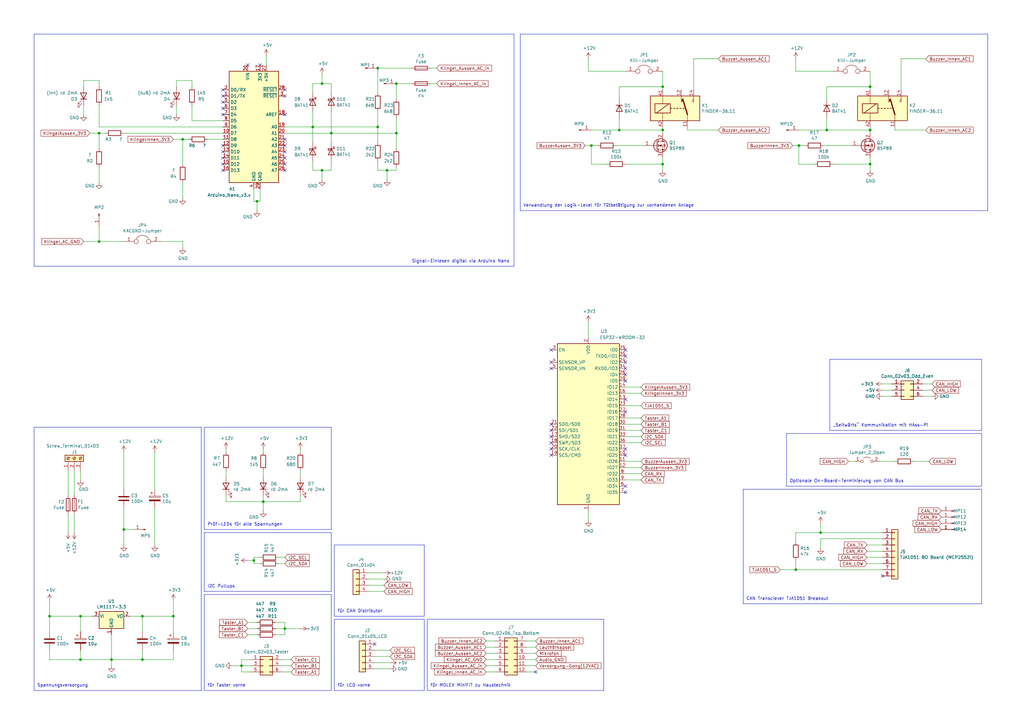
<source format=kicad_sch>
(kicad_sch (version 20230121) (generator eeschema)
  (paper "A3")
  (junction (at 40.64 99.06))
  (junction (at 128.27 52.07))
  (junction (at 271.78 53.34))
  (junction (at 58.42 252.73))
  (junction (at 40.64 54.61))
  (junction (at 336.55 218.44))
  (junction (at 339.09 53.34))
  (junction (at 20.32 252.73))
  (junction (at 158.75 69.85))
  (junction (at 327.66 59.69))
  (junction (at 99.06 273.05))
  (junction (at 242.57 59.69))
  (junction (at 33.02 270.51))
  (junction (at 271.78 67.31))
  (junction (at 74.93 57.15))
  (junction (at 154.94 52.07))
  (junction (at 105.41 82.55))
  (junction (at 356.87 67.31))
  (junction (at 132.08 69.85))
  (junction (at 33.02 252.73))
  (junction (at 162.56 54.61))
  (junction (at 58.42 270.51))
  (junction (at 132.08 34.29))
  (junction (at 271.78 35.56))
  (junction (at 107.95 205.74))
  (junction (at 104.14 229.87))
  (junction (at 154.94 27.94))
  (junction (at 45.72 270.51))
  (junction (at 254 53.34))
  (junction (at 116.84 257.81))
  (junction (at 135.89 54.61))
  (junction (at 50.8 217.17))
  (junction (at 356.87 35.56))
  (junction (at 356.87 53.34))
  (junction (at 326.39 233.68))
  (junction (at 162.56 34.29))
  (junction (at 71.12 252.73))
  (no_connect (at 256.54 153.67))
  (no_connect (at 219.71 275.59))
  (no_connect (at 91.44 67.31))
  (no_connect (at 91.44 46.99))
  (no_connect (at 256.54 201.93))
  (no_connect (at 116.84 59.69))
  (no_connect (at 101.6 26.67))
  (no_connect (at 91.44 59.69))
  (no_connect (at 256.54 143.51))
  (no_connect (at 116.84 62.23))
  (no_connect (at 256.54 156.21))
  (no_connect (at 91.44 39.37))
  (no_connect (at 226.06 143.51))
  (no_connect (at 226.06 173.99))
  (no_connect (at 153.67 264.16))
  (no_connect (at 226.06 176.53))
  (no_connect (at 91.44 36.83))
  (no_connect (at 106.68 26.67))
  (no_connect (at 91.44 41.91))
  (no_connect (at 116.84 67.31))
  (no_connect (at 116.84 57.15))
  (no_connect (at 91.44 64.77))
  (no_connect (at 256.54 148.59))
  (no_connect (at 361.95 236.22))
  (no_connect (at 116.84 64.77))
  (no_connect (at 256.54 199.39))
  (no_connect (at 256.54 168.91))
  (no_connect (at 226.06 151.13))
  (no_connect (at 256.54 146.05))
  (no_connect (at 256.54 186.69))
  (no_connect (at 226.06 184.15))
  (no_connect (at 116.84 36.83))
  (no_connect (at 116.84 39.37))
  (no_connect (at 256.54 163.83))
  (no_connect (at 226.06 148.59))
  (no_connect (at 226.06 181.61))
  (no_connect (at 116.84 46.99))
  (no_connect (at 91.44 62.23))
  (no_connect (at 256.54 184.15))
  (no_connect (at 256.54 151.13))
  (no_connect (at 116.84 69.85))
  (no_connect (at 91.44 44.45))
  (no_connect (at 226.06 186.69))
  (no_connect (at 226.06 179.07))
  (no_connect (at 91.44 69.85))
  (wire (pts (xy 40.64 52.07) (xy 91.44 52.07)))
  (wire (pts (xy 241.3 132.08) (xy 241.3 138.43)))
  (wire (pts (xy 135.89 54.61) (xy 162.56 54.61)))
  (polyline (pts (xy 13.97 109.22) (xy 210.82 109.22)))
  (wire (pts (xy 72.39 33.02) (xy 78.74 33.02)))
  (wire (pts (xy 320.04 233.68) (xy 326.39 233.68)))
  (wire (pts (xy 99.06 275.59) (xy 99.06 273.05)))
  (wire (pts (xy 242.57 59.69) (xy 242.57 67.31)))
  (wire (pts (xy 132.08 69.85) (xy 135.89 69.85)))
  (wire (pts (xy 330.2 59.69) (xy 327.66 59.69)))
  (polyline (pts (xy 402.59 147.32) (xy 402.59 176.53)))
  (wire (pts (xy 158.75 69.85) (xy 162.56 69.85)))
  (wire (pts (xy 33.02 270.51) (xy 45.72 270.51)))
  (wire (pts (xy 101.6 229.87) (xy 104.14 229.87)))
  (wire (pts (xy 40.64 43.18) (xy 40.64 52.07)))
  (wire (pts (xy 102.87 270.51) (xy 99.06 270.51)))
  (wire (pts (xy 91.44 57.15) (xy 85.09 57.15)))
  (wire (pts (xy 95.25 273.05) (xy 99.06 273.05)))
  (wire (pts (xy 256.54 196.85) (xy 262.89 196.85)))
  (wire (pts (xy 160.02 269.24) (xy 153.67 269.24)))
  (wire (pts (xy 199.39 262.89) (xy 203.2 262.89)))
  (wire (pts (xy 106.68 82.55) (xy 106.68 77.47)))
  (polyline (pts (xy 402.59 200.66) (xy 304.8 200.66)))
  (wire (pts (xy 154.94 27.94) (xy 168.91 27.94)))
  (wire (pts (xy 262.89 161.29) (xy 256.54 161.29)))
  (wire (pts (xy 78.74 49.53) (xy 78.74 43.18)))
  (wire (pts (xy 367.03 53.34) (xy 379.73 53.34)))
  (wire (pts (xy 382.27 162.56) (xy 378.46 162.56)))
  (wire (pts (xy 40.64 54.61) (xy 43.18 54.61)))
  (polyline (pts (xy 304.8 247.65) (xy 402.59 247.65)))
  (polyline (pts (xy 82.55 175.26) (xy 13.97 175.26)))
  (wire (pts (xy 71.12 259.08) (xy 71.12 252.73)))
  (wire (pts (xy 45.72 270.51) (xy 58.42 270.51)))
  (wire (pts (xy 33.02 266.7) (xy 33.02 270.51)))
  (wire (pts (xy 336.55 218.44) (xy 361.95 218.44)))
  (wire (pts (xy 158.75 73.66) (xy 158.75 69.85)))
  (wire (pts (xy 40.64 60.96) (xy 40.64 54.61)))
  (wire (pts (xy 271.78 53.34) (xy 254 53.34)))
  (wire (pts (xy 58.42 270.51) (xy 71.12 270.51)))
  (wire (pts (xy 219.71 270.51) (xy 215.9 270.51)))
  (polyline (pts (xy 173.99 254) (xy 173.99 283.21)))
  (wire (pts (xy 157.48 237.49) (xy 151.13 237.49)))
  (polyline (pts (xy 402.59 247.65) (xy 402.59 200.66)))
  (polyline (pts (xy 402.59 176.53) (xy 340.36 176.53)))
  (wire (pts (xy 262.89 171.45) (xy 256.54 171.45)))
  (wire (pts (xy 113.03 260.35) (xy 116.84 260.35)))
  (wire (pts (xy 153.67 266.7) (xy 160.02 266.7)))
  (wire (pts (xy 58.42 266.7) (xy 58.42 270.51)))
  (wire (pts (xy 262.89 194.31) (xy 256.54 194.31)))
  (wire (pts (xy 271.78 35.56) (xy 271.78 36.83)))
  (wire (pts (xy 71.12 270.51) (xy 71.12 266.7)))
  (polyline (pts (xy 83.82 243.84) (xy 83.82 283.21)))
  (wire (pts (xy 203.2 270.51) (xy 199.39 270.51)))
  (wire (pts (xy 154.94 66.04) (xy 154.94 69.85)))
  (wire (pts (xy 107.95 205.74) (xy 107.95 203.2)))
  (polyline (pts (xy 340.36 147.32) (xy 402.59 147.32)))
  (wire (pts (xy 99.06 270.51) (xy 99.06 273.05)))
  (wire (pts (xy 72.39 35.56) (xy 72.39 33.02)))
  (wire (pts (xy 355.6 231.14) (xy 361.95 231.14)))
  (wire (pts (xy 355.6 226.06) (xy 361.95 226.06)))
  (wire (pts (xy 336.55 214.63) (xy 336.55 218.44)))
  (polyline (pts (xy 247.65 283.21) (xy 175.26 283.21)))
  (wire (pts (xy 34.29 33.02) (xy 34.29 35.56)))
  (wire (pts (xy 119.38 275.59) (xy 115.57 275.59)))
  (wire (pts (xy 271.78 64.77) (xy 271.78 67.31)))
  (polyline (pts (xy 135.89 283.21) (xy 83.82 283.21)))
  (wire (pts (xy 105.41 82.55) (xy 104.14 82.55)))
  (wire (pts (xy 326.39 29.21) (xy 341.63 29.21)))
  (wire (pts (xy 132.08 34.29) (xy 128.27 34.29)))
  (wire (pts (xy 36.83 54.61) (xy 40.64 54.61)))
  (wire (pts (xy 254 40.64) (xy 254 35.56)))
  (wire (pts (xy 336.55 224.79) (xy 336.55 220.98)))
  (wire (pts (xy 45.72 270.51) (xy 45.72 260.35)))
  (wire (pts (xy 107.95 193.04) (xy 107.95 195.58)))
  (wire (pts (xy 33.02 252.73) (xy 38.1 252.73)))
  (polyline (pts (xy 340.36 176.53) (xy 340.36 147.32)))
  (wire (pts (xy 20.32 252.73) (xy 20.32 246.38)))
  (polyline (pts (xy 213.36 86.36) (xy 405.13 86.36)))
  (wire (pts (xy 241.3 213.36) (xy 241.3 209.55)))
  (wire (pts (xy 132.08 34.29) (xy 135.89 34.29)))
  (wire (pts (xy 72.39 46.99) (xy 72.39 43.18)))
  (wire (pts (xy 104.14 82.55) (xy 104.14 77.47)))
  (polyline (pts (xy 83.82 218.44) (xy 135.89 218.44)))
  (wire (pts (xy 30.48 210.82) (xy 30.48 218.44)))
  (wire (pts (xy 50.8 223.52) (xy 50.8 217.17)))
  (polyline (pts (xy 213.36 13.97) (xy 405.13 13.97)))
  (polyline (pts (xy 210.82 109.22) (xy 210.82 13.97)))
  (wire (pts (xy 135.89 45.72) (xy 135.89 54.61)))
  (wire (pts (xy 40.64 74.93) (xy 40.64 68.58)))
  (wire (pts (xy 262.89 179.07) (xy 256.54 179.07)))
  (wire (pts (xy 151.13 240.03) (xy 157.48 240.03)))
  (wire (pts (xy 92.71 205.74) (xy 107.95 205.74)))
  (wire (pts (xy 53.34 252.73) (xy 58.42 252.73)))
  (wire (pts (xy 154.94 69.85) (xy 158.75 69.85)))
  (wire (pts (xy 271.78 52.07) (xy 271.78 53.34)))
  (wire (pts (xy 256.54 181.61) (xy 262.89 181.61)))
  (wire (pts (xy 40.64 99.06) (xy 50.8 99.06)))
  (wire (pts (xy 215.9 267.97) (xy 219.71 267.97)))
  (wire (pts (xy 78.74 33.02) (xy 78.74 35.56)))
  (wire (pts (xy 154.94 52.07) (xy 154.94 45.72)))
  (wire (pts (xy 74.93 99.06) (xy 74.93 101.6)))
  (wire (pts (xy 34.29 99.06) (xy 40.64 99.06)))
  (wire (pts (xy 30.48 193.04) (xy 30.48 203.2)))
  (wire (pts (xy 356.87 64.77) (xy 356.87 67.31)))
  (wire (pts (xy 50.8 185.42) (xy 50.8 200.66)))
  (wire (pts (xy 162.56 54.61) (xy 162.56 48.26)))
  (wire (pts (xy 262.89 176.53) (xy 256.54 176.53)))
  (wire (pts (xy 360.68 189.23) (xy 367.03 189.23)))
  (wire (pts (xy 199.39 265.43) (xy 203.2 265.43)))
  (wire (pts (xy 106.68 228.6) (xy 104.14 228.6)))
  (wire (pts (xy 101.6 255.27) (xy 105.41 255.27)))
  (wire (pts (xy 20.32 270.51) (xy 33.02 270.51)))
  (wire (pts (xy 92.71 205.74) (xy 92.71 203.2)))
  (wire (pts (xy 116.84 255.27) (xy 116.84 257.81)))
  (wire (pts (xy 271.78 29.21) (xy 271.78 35.56)))
  (wire (pts (xy 34.29 46.99) (xy 34.29 43.18)))
  (wire (pts (xy 128.27 52.07) (xy 128.27 58.42)))
  (wire (pts (xy 116.84 54.61) (xy 135.89 54.61)))
  (wire (pts (xy 20.32 252.73) (xy 33.02 252.73)))
  (polyline (pts (xy 173.99 252.73) (xy 173.99 223.52)))
  (wire (pts (xy 367.03 52.07) (xy 367.03 53.34)))
  (wire (pts (xy 160.02 274.32) (xy 153.67 274.32)))
  (polyline (pts (xy 402.59 199.39) (xy 322.58 199.39)))
  (wire (pts (xy 99.06 273.05) (xy 102.87 273.05)))
  (wire (pts (xy 107.95 184.15) (xy 107.95 185.42)))
  (wire (pts (xy 58.42 252.73) (xy 71.12 252.73)))
  (wire (pts (xy 262.89 166.37) (xy 256.54 166.37)))
  (polyline (pts (xy 304.8 200.66) (xy 304.8 247.65)))
  (wire (pts (xy 27.94 193.04) (xy 27.94 203.2)))
  (polyline (pts (xy 135.89 175.26) (xy 135.89 217.17)))
  (wire (pts (xy 215.9 273.05) (xy 219.71 273.05)))
  (wire (pts (xy 104.14 231.14) (xy 106.68 231.14)))
  (wire (pts (xy 154.94 52.07) (xy 154.94 58.42)))
  (wire (pts (xy 135.89 69.85) (xy 135.89 66.04)))
  (wire (pts (xy 162.56 69.85) (xy 162.56 68.58)))
  (wire (pts (xy 132.08 69.85) (xy 128.27 69.85)))
  (wire (pts (xy 254 35.56) (xy 271.78 35.56)))
  (wire (pts (xy 176.53 27.94) (xy 179.07 27.94)))
  (wire (pts (xy 58.42 259.08) (xy 58.42 252.73)))
  (wire (pts (xy 356.87 29.21) (xy 356.87 35.56)))
  (wire (pts (xy 219.71 275.59) (xy 215.9 275.59)))
  (polyline (pts (xy 402.59 177.8) (xy 402.59 199.39)))
  (polyline (pts (xy 247.65 254) (xy 247.65 283.21)))
  (wire (pts (xy 339.09 35.56) (xy 356.87 35.56)))
  (wire (pts (xy 128.27 52.07) (xy 154.94 52.07)))
  (polyline (pts (xy 175.26 283.21) (xy 175.26 254)))
  (wire (pts (xy 40.64 92.71) (xy 40.64 99.06)))
  (wire (pts (xy 326.39 233.68) (xy 361.95 233.68)))
  (wire (pts (xy 326.39 218.44) (xy 336.55 218.44)))
  (polyline (pts (xy 210.82 13.97) (xy 13.97 13.97)))
  (wire (pts (xy 241.3 29.21) (xy 241.3 24.13)))
  (wire (pts (xy 107.95 205.74) (xy 123.19 205.74)))
  (wire (pts (xy 256.54 158.75) (xy 262.89 158.75)))
  (polyline (pts (xy 213.36 13.97) (xy 213.36 86.36)))
  (wire (pts (xy 102.87 275.59) (xy 99.06 275.59)))
  (wire (pts (xy 252.73 59.69) (xy 264.16 59.69)))
  (wire (pts (xy 135.89 58.42) (xy 135.89 54.61)))
  (wire (pts (xy 153.67 271.78) (xy 160.02 271.78)))
  (wire (pts (xy 262.89 173.99) (xy 256.54 173.99)))
  (wire (pts (xy 20.32 266.7) (xy 20.32 270.51)))
  (wire (pts (xy 128.27 45.72) (xy 128.27 52.07)))
  (polyline (pts (xy 137.16 252.73) (xy 173.99 252.73)))
  (wire (pts (xy 71.12 246.38) (xy 71.12 252.73)))
  (wire (pts (xy 256.54 191.77) (xy 262.89 191.77)))
  (wire (pts (xy 281.94 53.34) (xy 294.64 53.34)))
  (wire (pts (xy 379.73 24.13) (xy 369.57 24.13)))
  (wire (pts (xy 40.64 35.56) (xy 40.64 33.02)))
  (wire (pts (xy 116.84 260.35) (xy 116.84 257.81)))
  (wire (pts (xy 361.95 160.02) (xy 365.76 160.02)))
  (wire (pts (xy 151.13 234.95) (xy 157.48 234.95)))
  (wire (pts (xy 271.78 53.34) (xy 271.78 54.61)))
  (wire (pts (xy 123.19 184.15) (xy 123.19 185.42)))
  (wire (pts (xy 284.48 24.13) (xy 294.64 24.13)))
  (wire (pts (xy 74.93 67.31) (xy 74.93 57.15)))
  (wire (pts (xy 382.27 157.48) (xy 378.46 157.48)))
  (polyline (pts (xy 405.13 86.36) (xy 405.13 13.97)))
  (wire (pts (xy 326.39 222.25) (xy 326.39 218.44)))
  (wire (pts (xy 339.09 53.34) (xy 339.09 48.26)))
  (wire (pts (xy 355.6 223.52) (xy 361.95 223.52)))
  (wire (pts (xy 356.87 35.56) (xy 356.87 36.83)))
  (wire (pts (xy 325.12 59.69) (xy 327.66 59.69)))
  (wire (pts (xy 116.84 231.14) (xy 114.3 231.14)))
  (polyline (pts (xy 175.26 254) (xy 247.65 254)))
  (wire (pts (xy 162.56 40.64) (xy 162.56 34.29)))
  (wire (pts (xy 326.39 229.87) (xy 326.39 233.68)))
  (polyline (pts (xy 322.58 199.39) (xy 322.58 177.8)))
  (wire (pts (xy 104.14 228.6) (xy 104.14 229.87)))
  (polyline (pts (xy 83.82 175.26) (xy 135.89 175.26)))
  (wire (pts (xy 382.27 160.02) (xy 378.46 160.02)))
  (wire (pts (xy 63.5 200.66) (xy 63.5 185.42)))
  (wire (pts (xy 113.03 255.27) (xy 116.84 255.27)))
  (wire (pts (xy 241.3 29.21) (xy 256.54 29.21)))
  (polyline (pts (xy 83.82 217.17) (xy 83.82 175.26)))
  (wire (pts (xy 327.66 59.69) (xy 327.66 67.31)))
  (polyline (pts (xy 135.89 218.44) (xy 135.89 242.57)))
  (wire (pts (xy 116.84 257.81) (xy 123.19 257.81)))
  (wire (pts (xy 199.39 273.05) (xy 203.2 273.05)))
  (wire (pts (xy 115.57 270.51) (xy 119.38 270.51)))
  (wire (pts (xy 356.87 52.07) (xy 356.87 53.34)))
  (wire (pts (xy 101.6 257.81) (xy 105.41 257.81)))
  (polyline (pts (xy 137.16 283.21) (xy 137.16 254)))
  (wire (pts (xy 326.39 24.13) (xy 326.39 29.21)))
  (wire (pts (xy 365.76 157.48) (xy 361.95 157.48)))
  (wire (pts (xy 92.71 193.04) (xy 92.71 195.58)))
  (polyline (pts (xy 137.16 223.52) (xy 137.16 252.73)))
  (wire (pts (xy 116.84 228.6) (xy 114.3 228.6)))
  (wire (pts (xy 123.19 193.04) (xy 123.19 195.58)))
  (wire (pts (xy 33.02 259.08) (xy 33.02 252.73)))
  (wire (pts (xy 92.71 184.15) (xy 92.71 185.42)))
  (wire (pts (xy 105.41 82.55) (xy 106.68 82.55)))
  (wire (pts (xy 74.93 81.28) (xy 74.93 74.93)))
  (wire (pts (xy 199.39 267.97) (xy 203.2 267.97)))
  (wire (pts (xy 215.9 262.89) (xy 219.71 262.89)))
  (polyline (pts (xy 135.89 217.17) (xy 83.82 217.17)))
  (polyline (pts (xy 173.99 283.21) (xy 137.16 283.21)))
  (wire (pts (xy 350.52 189.23) (xy 347.98 189.23)))
  (polyline (pts (xy 13.97 13.97) (xy 13.97 109.22)))
  (wire (pts (xy 271.78 67.31) (xy 271.78 69.85)))
  (wire (pts (xy 281.94 52.07) (xy 281.94 53.34)))
  (polyline (pts (xy 322.58 177.8) (xy 402.59 177.8)))
  (wire (pts (xy 20.32 259.08) (xy 20.32 252.73)))
  (wire (pts (xy 128.27 69.85) (xy 128.27 66.04)))
  (wire (pts (xy 154.94 38.1) (xy 154.94 27.94)))
  (wire (pts (xy 339.09 40.64) (xy 339.09 35.56)))
  (polyline (pts (xy 135.89 243.84) (xy 135.89 283.21)))
  (wire (pts (xy 105.41 260.35) (xy 101.6 260.35)))
  (wire (pts (xy 33.02 193.04) (xy 33.02 196.85)))
  (polyline (pts (xy 13.97 283.21) (xy 82.55 283.21)))
  (polyline (pts (xy 135.89 242.57) (xy 83.82 242.57)))
  (wire (pts (xy 132.08 30.48) (xy 132.08 34.29)))
  (wire (pts (xy 262.89 189.23) (xy 256.54 189.23)))
  (wire (pts (xy 219.71 265.43) (xy 215.9 265.43)))
  (wire (pts (xy 91.44 54.61) (xy 50.8 54.61)))
  (wire (pts (xy 242.57 53.34) (xy 254 53.34)))
  (wire (pts (xy 365.76 162.56) (xy 361.95 162.56)))
  (wire (pts (xy 337.82 59.69) (xy 349.25 59.69)))
  (polyline (pts (xy 83.82 243.84) (xy 135.89 243.84)))
  (wire (pts (xy 256.54 67.31) (xy 271.78 67.31)))
  (wire (pts (xy 123.19 205.74) (xy 123.19 203.2)))
  (wire (pts (xy 242.57 67.31) (xy 248.92 67.31)))
  (wire (pts (xy 203.2 275.59) (xy 199.39 275.59)))
  (wire (pts (xy 107.95 205.74) (xy 107.95 209.55)))
  (wire (pts (xy 135.89 34.29) (xy 135.89 38.1)))
  (wire (pts (xy 63.5 208.28) (xy 63.5 223.52)))
  (wire (pts (xy 71.12 57.15) (xy 74.93 57.15)))
  (wire (pts (xy 74.93 57.15) (xy 77.47 57.15)))
  (wire (pts (xy 336.55 220.98) (xy 361.95 220.98)))
  (wire (pts (xy 176.53 34.29) (xy 179.07 34.29)))
  (polyline (pts (xy 83.82 242.57) (xy 83.82 218.44)))
  (wire (pts (xy 369.57 36.83) (xy 369.57 24.13)))
  (wire (pts (xy 356.87 53.34) (xy 339.09 53.34)))
  (wire (pts (xy 50.8 217.17) (xy 50.8 208.28)))
  (polyline (pts (xy 173.99 223.52) (xy 137.16 223.52)))
  (polyline (pts (xy 82.55 175.26) (xy 82.55 283.21)))
  (wire (pts (xy 128.27 34.29) (xy 128.27 38.1)))
  (wire (pts (xy 341.63 67.31) (xy 356.87 67.31)))
  (wire (pts (xy 356.87 67.31) (xy 356.87 69.85)))
  (wire (pts (xy 355.6 228.6) (xy 361.95 228.6)))
  (wire (pts (xy 91.44 49.53) (xy 78.74 49.53)))
  (wire (pts (xy 254 53.34) (xy 254 48.26)))
  (wire (pts (xy 327.66 53.34) (xy 339.09 53.34)))
  (wire (pts (xy 40.64 33.02) (xy 34.29 33.02)))
  (wire (pts (xy 356.87 53.34) (xy 356.87 54.61)))
  (polyline (pts (xy 13.97 175.26) (xy 13.97 283.21)))
  (wire (pts (xy 66.04 99.06) (xy 74.93 99.06)))
  (wire (pts (xy 162.56 60.96) (xy 162.56 54.61)))
  (wire (pts (xy 132.08 73.66) (xy 132.08 69.85)))
  (wire (pts (xy 240.03 59.69) (xy 242.57 59.69)))
  (wire (pts (xy 105.41 86.36) (xy 105.41 82.55)))
  (wire (pts (xy 116.84 52.07) (xy 128.27 52.07)))
  (wire (pts (xy 54.61 217.17) (xy 50.8 217.17)))
  (wire (pts (xy 157.48 242.57) (xy 151.13 242.57)))
  (wire (pts (xy 162.56 34.29) (xy 168.91 34.29)))
  (wire (pts (xy 327.66 67.31) (xy 334.01 67.31)))
  (polyline (pts (xy 137.16 254) (xy 173.99 254)))
  (wire (pts (xy 45.72 273.05) (xy 45.72 270.51)))
  (wire (pts (xy 284.48 24.13) (xy 284.48 36.83)))
  (wire (pts (xy 109.22 22.86) (xy 109.22 26.67)))
  (wire (pts (xy 104.14 229.87) (xy 104.14 231.14)))
  (wire (pts (xy 115.57 273.05) (xy 119.38 273.05)))
  (wire (pts (xy 27.94 210.82) (xy 27.94 218.44)))
  (wire (pts (xy 374.65 189.23) (xy 381 189.23)))
  (wire (pts (xy 116.84 257.81) (xy 113.03 257.81)))
  (wire (pts (xy 245.11 59.69) (xy 242.57 59.69)))
  (text "für LCD vorne" (at 138.43 281.94 0) (effects (font (size 1.27 1.27)) (justify left bottom)))
  (text "Spannungsversorgung" (at 15.24 281.94 0) (effects (font (size 1.27 1.27)) (justify left bottom)))
  (text "I2C Pullups" (at 85.09 241.3 0) (effects (font (size 1.27 1.27)) (justify left bottom)))
  (text "Optionale On-Board-Terminierung von CAN Bus" (at 323.85 198.12 0) (effects (font (size 1.27 1.27)) (justify left bottom)))
  (text "Prüf-LEDs für alle Spannungen" (at 85.09 215.9 0) (effects (font (size 1.27 1.27)) (justify left bottom)))
  (text "„Seitwärts“ Kommunikation mit HAss-Pi" (at 341.63 175.26 0) (effects (font (size 1.27 1.27)) (justify left bottom)))
  (text "für MOLEX MiniFIT zu Haustechnik" (at 176.53 281.94 0) (effects (font (size 1.27 1.27)) (justify left bottom)))
  (text "Verwandlung der Logik-Level für Tütbetätigung zur vorhandenen Anlage" (at 214.63 85.09 0) (effects (font (size 1.27 1.27)) (justify left bottom)))
  (text "für Taster vorne" (at 85.09 281.94 0) (effects (font (size 1.27 1.27)) (justify left bottom)))
  (text "CAN Transciever TJA1051 Breakout" (at 306.07 246.38 0) (effects (font (size 1.27 1.27)) (justify left bottom)))
  (text "für CAN Distributor" (at 138.43 251.46 0) (effects (font (size 1.27 1.27)) (justify left bottom)))
  (text "Signal-Einlesen digital via Arduino Nano" (at 168.91 107.95 0) (effects (font (size 1.27 1.27)) (justify left bottom)))
  (global_label "Mikrofon" (shape input) (at 219.71 267.97 0) (property "Intersheetrefs" "${INTERSHEET_REFS}" (effects hide)))
  (global_label "CAN_HIGH" (shape input) (at 386.08 214.63 180) (property "Intersheetrefs" "${INTERSHEET_REFS}" (effects hide)))
  (global_label "I2C_SDA" (shape input) (at 160.02 269.24 0) (property "Intersheetrefs" "${INTERSHEET_REFS}" (effects hide)))
  (global_label "I2C_SCL" (shape input) (at 262.89 181.61 0) (property "Intersheetrefs" "${INTERSHEET_REFS}" (effects hide)))
  (global_label "Taster_A1" (shape input) (at 262.89 171.45 0) (property "Intersheetrefs" "${INTERSHEET_REFS}" (effects hide)))
  (global_label "BuzzerInnen_3V3" (shape input) (at 262.89 191.77 0) (property "Intersheetrefs" "${INTERSHEET_REFS}" (effects hide)))
  (global_label "Taster_A1" (shape input) (at 119.38 275.59 0) (property "Intersheetrefs" "${INTERSHEET_REFS}" (effects hide)))
  (global_label "Buzzer_Innen_AC1" (shape input) (at 219.71 262.89 0) (property "Intersheetrefs" "${INTERSHEET_REFS}" (effects hide)))
  (global_label "CAN_RX" (shape input) (at 355.6 226.06 180) (property "Intersheetrefs" "${INTERSHEET_REFS}" (effects hide)))
  (global_label "CAN_TX" (shape input) (at 262.89 196.85 0) (property "Intersheetrefs" "${INTERSHEET_REFS}" (effects hide)))
  (global_label "Klingel_Aussen_AC_in" (shape input) (at 179.07 27.94 0) (property "Intersheetrefs" "${INTERSHEET_REFS}" (effects hide)))
  (global_label "CAN_HIGH" (shape input) (at 347.98 189.23 180) (property "Intersheetrefs" "${INTERSHEET_REFS}" (effects hide)))
  (global_label "Klingel_Aussen_AC_in" (shape input) (at 199.39 273.05 180) (property "Intersheetrefs" "${INTERSHEET_REFS}" (effects hide)))
  (global_label "CAN_LOW" (shape input) (at 157.48 240.03 0) (property "Intersheetrefs" "${INTERSHEET_REFS}" (effects hide)))
  (global_label "BuzzerInnen_3V3" (shape input) (at 325.12 59.69 180) (property "Intersheetrefs" "${INTERSHEET_REFS}" (effects hide)))
  (global_label "CAN_LOW" (shape input) (at 386.08 217.17 180) (property "Intersheetrefs" "${INTERSHEET_REFS}" (effects hide)))
  (global_label "CAN_LOW" (shape input) (at 382.27 160.02 0) (property "Intersheetrefs" "${INTERSHEET_REFS}" (effects hide)))
  (global_label "Klingel_Innen_AC_in" (shape input) (at 199.39 275.59 180) (property "Intersheetrefs" "${INTERSHEET_REFS}" (effects hide)))
  (global_label "Buzzer_Aussen_AC2" (shape input) (at 199.39 267.97 180) (property "Intersheetrefs" "${INTERSHEET_REFS}" (effects hide)))
  (global_label "CAN_RX" (shape input) (at 386.08 212.09 180) (property "Intersheetrefs" "${INTERSHEET_REFS}" (effects hide)))
  (global_label "Taster_A1" (shape input) (at 101.6 255.27 180) (property "Intersheetrefs" "${INTERSHEET_REFS}" (effects hide)))
  (global_label "TJA1051_S" (shape input) (at 262.89 166.37 0) (property "Intersheetrefs" "${INTERSHEET_REFS}" (effects hide)))
  (global_label "KlingelInnen_3V3" (shape input) (at 262.89 161.29 0) (property "Intersheetrefs" "${INTERSHEET_REFS}" (effects hide)))
  (global_label "CAN_TX" (shape input) (at 386.08 209.55 180) (property "Intersheetrefs" "${INTERSHEET_REFS}" (effects hide)))
  (global_label "I2C_SCL" (shape input) (at 116.84 228.6 0) (property "Intersheetrefs" "${INTERSHEET_REFS}" (effects hide)))
  (global_label "Audio_GND" (shape input) (at 219.71 270.51 0) (property "Intersheetrefs" "${INTERSHEET_REFS}" (effects hide)))
  (global_label "BuzzerAussen_3V3" (shape input) (at 240.03 59.69 180) (property "Intersheetrefs" "${INTERSHEET_REFS}" (effects hide)))
  (global_label "Klingel_AC_GND" (shape input) (at 199.39 270.51 180) (property "Intersheetrefs" "${INTERSHEET_REFS}" (effects hide)))
  (global_label "TJA1051_S" (shape input) (at 320.04 233.68 180) (property "Intersheetrefs" "${INTERSHEET_REFS}" (effects hide)))
  (global_label "Taster_C1" (shape input) (at 119.38 270.51 0) (property "Intersheetrefs" "${INTERSHEET_REFS}" (effects hide)))
  (global_label "Buzzer_Innen_AC2" (shape input) (at 379.73 53.34 0) (property "Intersheetrefs" "${INTERSHEET_REFS}" (effects hide)))
  (global_label "CAN_HIGH" (shape input) (at 355.6 228.6 180) (property "Intersheetrefs" "${INTERSHEET_REFS}" (effects hide)))
  (global_label "KlingelAussen_3V3" (shape input) (at 36.83 54.61 180) (property "Intersheetrefs" "${INTERSHEET_REFS}" (effects hide)))
  (global_label "Taster_C1" (shape input) (at 101.6 260.35 180) (property "Intersheetrefs" "${INTERSHEET_REFS}" (effects hide)))
  (global_label "Versorgung-Gong(12VAC)" (shape input) (at 219.71 273.05 0) (property "Intersheetrefs" "${INTERSHEET_REFS}" (effects hide)))
  (global_label "CAN_RX" (shape input) (at 262.89 194.31 0) (property "Intersheetrefs" "${INTERSHEET_REFS}" (effects hide)))
  (global_label "KlingelAussen_3V3" (shape input) (at 262.89 158.75 0) (property "Intersheetrefs" "${INTERSHEET_REFS}" (effects hide)))
  (global_label "Buzzer_Aussen_AC1" (shape input) (at 294.64 24.13 0) (property "Intersheetrefs" "${INTERSHEET_REFS}" (effects hide)))
  (global_label "Buzzer_Innen_AC1" (shape input) (at 379.73 24.13 0) (property "Intersheetrefs" "${INTERSHEET_REFS}" (effects hide)))
  (global_label "CAN_LOW" (shape input) (at 355.6 231.14 180) (property "Intersheetrefs" "${INTERSHEET_REFS}" (effects hide)))
  (global_label "I2C_SCL" (shape input) (at 160.02 266.7 0) (property "Intersheetrefs" "${INTERSHEET_REFS}" (effects hide)))
  (global_label "Taster_B1" (shape input) (at 262.89 173.99 0) (property "Intersheetrefs" "${INTERSHEET_REFS}" (effects hide)))
  (global_label "Klingel_AC_GND" (shape input) (at 34.29 99.06 180) (property "Intersheetrefs" "${INTERSHEET_REFS}" (effects hide)))
  (global_label "Buzzer_Aussen_AC1" (shape input) (at 199.39 265.43 180) (property "Intersheetrefs" "${INTERSHEET_REFS}" (effects hide)))
  (global_label "Lauthörkapsel" (shape input) (at 219.71 265.43 0) (property "Intersheetrefs" "${INTERSHEET_REFS}" (effects hide)))
  (global_label "Buzzer_Aussen_AC2" (shape input) (at 294.64 53.34 0) (property "Intersheetrefs" "${INTERSHEET_REFS}" (effects hide)))
  (global_label "CAN_HIGH" (shape input) (at 157.48 242.57 0) (property "Intersheetrefs" "${INTERSHEET_REFS}" (effects hide)))
  (global_label "CAN_HIGH" (shape input) (at 382.27 157.48 0) (property "Intersheetrefs" "${INTERSHEET_REFS}" (effects hide)))
  (global_label "Buzzer_Innen_AC2" (shape input) (at 199.39 262.89 180) (property "Intersheetrefs" "${INTERSHEET_REFS}" (effects hide)))
  (global_label "Taster_B1" (shape input) (at 119.38 273.05 0) (property "Intersheetrefs" "${INTERSHEET_REFS}" (effects hide)))
  (global_label "Taster_C1" (shape input) (at 262.89 176.53 0) (property "Intersheetrefs" "${INTERSHEET_REFS}" (effects hide)))
  (global_label "Taster_B1" (shape input) (at 101.6 257.81 180) (property "Intersheetrefs" "${INTERSHEET_REFS}" (effects hide)))
  (global_label "KlingelInnen_3V3" (shape input) (at 71.12 57.15 180) (property "Intersheetrefs" "${INTERSHEET_REFS}" (effects hide)))
  (global_label "CAN_TX" (shape input) (at 355.6 223.52 180) (property "Intersheetrefs" "${INTERSHEET_REFS}" (effects hide)))
  (global_label "CAN_LOW" (shape input) (at 381 189.23 0) (property "Intersheetrefs" "${INTERSHEET_REFS}" (effects hide)))
  (global_label "Klingel_Innen_AC_in" (shape input) (at 179.07 34.29 0) (property "Intersheetrefs" "${INTERSHEET_REFS}" (effects hide)))
  (global_label "BuzzerAussen_3V3" (shape input) (at 262.89 189.23 0) (property "Intersheetrefs" "${INTERSHEET_REFS}" (effects hide)))
  (global_label "I2C_SDA" (shape input) (at 116.84 231.14 0) (property "Intersheetrefs" "${INTERSHEET_REFS}" (effects hide)))
  (global_label "I2C_SDA" (shape input) (at 262.89 179.07 0) (property "Intersheetrefs" "${INTERSHEET_REFS}" (effects hide)))
  (symbol (lib_id "RF_Module:ESP32-WROOM-32") (at 241.3 173.99 0) (unit 1)
    (property "Reference" "U3" (at 247.65 135.89 0))
    (property "Value" "ESP32-WROOM-32" (at 255.27 138.43 0))
    (property "Footprint" "RF_Module:AZ-Delivery_ESP32Wroom32_withUSB_module" (effects hide))
    (property "Datasheet" "https://www.espressif.com/sites/default/files/documentation/esp32-wroom-32_datasheet_en.pdf" (effects hide))
  )
  (symbol (lib_id "Relay:FINDER-36.11") (at 361.95 44.45 0) (unit 1)
    (property "Reference" "K2" (at 372.872 43.2816 0) (effects (justify left)))
    (property "Value" "FINDER-36.11" (at 372.872 45.593 0) (effects (justify left)))
    (property "Footprint" "Relay_THT:Relay_SPDT_Finder_36.11" (effects hide))
    (property "Datasheet" "https://gfinder.findernet.com/public/attachments/36/EN/S36EN.pdf" (effects hide))
  )
  (symbol (lib_id "Relay:FINDER-36.11") (at 276.86 44.45 0) (unit 1)
    (property "Reference" "K1" (at 287.782 43.2816 0) (effects (justify left)))
    (property "Value" "FINDER-36.11" (at 287.782 45.593 0) (effects (justify left)))
    (property "Footprint" "Relay_THT:Relay_SPDT_Finder_36.11" (effects hide))
    (property "Datasheet" "https://gfinder.findernet.com/public/attachments/36/EN/S36EN.pdf" (effects hide))
  )
  (symbol (lib_id "Jumper:Jumper_2_Open") (at 355.6 189.23 0) (unit 1)
    (property "Reference" "JP3" (at 355.6 183.261 0))
    (property "Value" "Jumper_2_Open" (at 355.6 185.5724 0))
    (property "Footprint" "Connector_PinHeader_2.54mm:PinHeader_1x02_P2.54mm_Vertical" (effects hide))
  )
  (symbol (lib_id "Device:R") (at 370.84 189.23 90) (unit 1)
    (property "Reference" "R19" (at 370.84 183.9722 90))
    (property "Value" "120" (at 370.84 186.2836 90))
    (property "Footprint" "Resistor_THT:R_Axial_DIN0309_L9.0mm_D3.2mm_P15.24mm_Horizontal" (effects hide))
  )
  (symbol (lib_id "power:GND") (at 45.72 273.05 0) (unit 1)
    (property "Reference" "#PWR05" (effects hide))
    (property "Value" "GND" (at 45.847 277.4442 0))
  )
  (symbol (lib_id "power:+3V3") (at 71.12 246.38 0) (unit 1)
    (property "Reference" "#PWR010" (effects hide))
    (property "Value" "+3V3" (at 71.501 241.9858 0))
  )
  (symbol (lib_id "Airlock-Mainboard-rescue:LM1117-3.3-Regulator_Linear") (at 45.72 252.73 0) (unit 1)
    (property "Reference" "U1" (at 45.72 246.5832 0))
    (property "Value" "LM1117-3.3" (at 45.72 248.8946 0))
    (property "Footprint" "Package_TO_SOT_SMD:SOT-223" (effects hide))
    (property "Datasheet" "http://www.ti.com/lit/ds/symlink/lm1117.pdf" (effects hide))
  )
  (symbol (lib_id "Device:C") (at 20.32 262.89 0) (unit 1)
    (property "Reference" "C1" (at 23.241 261.7216 0) (effects (justify left)))
    (property "Value" "100n" (at 23.241 264.033 0) (effects (justify left)))
    (property "Footprint" "Capacitor_SMD:C_1206_3216Metric_Pad1.33x1.80mm_HandSolder" (effects hide))
    (property "Spec" "4.7 μF / 50 V 1206 MLCC" (effects hide))
    (property "Product Page" "https://www.reichelt.de/smd-vielschicht-1812-4-7-f-x7r-10-50-v-125-c-ve-800-ecc-kts500b475k-p256481.html?&trstct=pol_1&nbc=1" (effects hide))
  )
  (symbol (lib_id "Airlock-Mainboard-rescue:CP-Device") (at 33.02 262.89 0) (unit 1)
    (property "Reference" "C2" (at 36.0172 261.7216 0) (effects (justify left)))
    (property "Value" "10u" (at 36.0172 264.033 0) (effects (justify left)))
    (property "Footprint" "Capacitor_THT:CP_Radial_D5.0mm_P2.00mm" (effects hide))
  )
  (symbol (lib_id "power:+5V") (at 20.32 246.38 0) (unit 1)
    (property "Reference" "#PWR01" (effects hide))
    (property "Value" "+5V" (at 20.701 241.9858 0))
  )
  (symbol (lib_id "power:+3V3") (at 241.3 132.08 0) (unit 1)
    (property "Reference" "#PWR023" (effects hide))
    (property "Value" "+3V3" (at 241.681 127.6858 0))
  )
  (symbol (lib_id "power:GND") (at 241.3 213.36 0) (unit 1)
    (property "Reference" "#PWR024" (effects hide))
    (property "Value" "GND" (at 241.427 217.7542 0))
  )
  (symbol (lib_id "Device:C") (at 50.8 204.47 0) (unit 1)
    (property "Reference" "C3" (at 53.721 203.3016 0) (effects (justify left)))
    (property "Value" "100n" (at 53.721 205.613 0) (effects (justify left)))
    (property "Footprint" "Capacitor_SMD:C_1206_3216Metric_Pad1.33x1.80mm_HandSolder" (effects hide))
  )
  (symbol (lib_id "Airlock-Mainboard-rescue:CP-Device") (at 63.5 204.47 0) (unit 1)
    (property "Reference" "C5" (at 66.4972 203.3016 0) (effects (justify left)))
    (property "Value" "10u" (at 66.4972 205.613 0) (effects (justify left)))
    (property "Footprint" "Capacitor_THT:CP_Radial_D4.0mm_P2.00mm" (effects hide))
  )
  (symbol (lib_id "power:GND") (at 50.8 223.52 0) (unit 1)
    (property "Reference" "#PWR07" (effects hide))
    (property "Value" "GND" (at 50.927 227.9142 0))
  )
  (symbol (lib_id "power:GND") (at 63.5 223.52 0) (unit 1)
    (property "Reference" "#PWR09" (effects hide))
    (property "Value" "GND" (at 63.627 227.9142 0))
  )
  (symbol (lib_id "power:+12V") (at 50.8 185.42 0) (unit 1)
    (property "Reference" "#PWR06" (effects hide))
    (property "Value" "+12V" (at 51.181 181.0258 0))
  )
  (symbol (lib_id "power:+12V") (at 63.5 185.42 0) (unit 1)
    (property "Reference" "#PWR08" (effects hide))
    (property "Value" "+12V" (at 63.881 181.0258 0))
  )
  (symbol (lib_id "power:+12V") (at 157.48 234.95 270) (unit 1)
    (property "Reference" "#PWR021" (effects hide))
    (property "Value" "+12V" (at 160.02 234.95 90) (effects (justify left)))
  )
  (symbol (lib_id "Airlock-Mainboard-rescue:Jumper-Device") (at 264.16 29.21 0) (unit 1)
    (property "Reference" "JP1" (at 264.16 22.5044 0))
    (property "Value" "Kill-Jumper" (at 264.16 24.8158 0))
    (property "Footprint" "Connector_PinHeader_2.54mm:PinHeader_1x02_P2.54mm_Vertical" (effects hide))
  )
  (symbol (lib_id "Airlock-Mainboard-rescue:Jumper-Device") (at 349.25 29.21 0) (unit 1)
    (property "Reference" "JP2" (at 349.25 22.5044 0))
    (property "Value" "Kill-Jumper" (at 349.25 24.8158 0))
    (property "Footprint" "Connector_PinHeader_2.54mm:PinHeader_1x02_P2.54mm_Vertical" (effects hide))
  )
  (symbol (lib_id "Connector_Generic:Conn_01x08") (at 367.03 226.06 0) (unit 1)
    (property "Reference" "J5" (at 369.062 226.2632 0) (effects (justify left)))
    (property "Value" "TJA1051 BO Board (MCP2552I)" (at 369.062 228.5746 0) (effects (justify left)))
    (property "Footprint" "Connector_PinHeader_2.54mm:PinHeader_1x08_P2.54mm_Vertical" (effects hide))
  )
  (symbol (lib_id "power:GND") (at 336.55 224.79 0) (unit 1)
    (property "Reference" "#PWR033" (effects hide))
    (property "Value" "GND" (at 336.677 229.1842 0))
  )
  (symbol (lib_id "power:+5V") (at 336.55 214.63 0) (unit 1)
    (property "Reference" "#PWR032" (effects hide))
    (property "Value" "+5V" (at 336.931 210.2358 0))
  )
  (symbol (lib_id "Device:C") (at 58.42 262.89 0) (unit 1)
    (property "Reference" "C4" (at 61.341 261.7216 0) (effects (justify left)))
    (property "Value" "100n" (at 61.341 264.033 0) (effects (justify left)))
    (property "Footprint" "Capacitor_SMD:C_1206_3216Metric_Pad1.33x1.80mm_HandSolder" (effects hide))
  )
  (symbol (lib_id "Airlock-Mainboard-rescue:CP-Device") (at 71.12 262.89 0) (unit 1)
    (property "Reference" "C6" (at 74.1172 261.7216 0) (effects (justify left)))
    (property "Value" "10u" (at 74.1172 264.033 0) (effects (justify left)))
    (property "Footprint" "Capacitor_THT:CP_Radial_D5.0mm_P2.00mm" (effects hide))
  )
  (symbol (lib_id "Transistor_FET:BSP89") (at 269.24 59.69 0) (unit 1)
    (property "Reference" "Q1" (at 274.447 58.5216 0) (effects (justify left)))
    (property "Value" "BSP89" (at 274.447 60.833 0) (effects (justify left)))
    (property "Footprint" "Package_TO_SOT_SMD:SOT-223-3_TabPin2" (effects hide))
    (property "Datasheet" "https://www.infineon.com/dgdl/Infineon-BSP89-DS-v02_02-en.pdf?fileId=db3a30433b47825b013b4b8a07f90d55" (effects hide))
  )
  (symbol (lib_id "power:GND") (at 271.78 69.85 0) (unit 1)
    (property "Reference" "#PWR029" (effects hide))
    (property "Value" "GND" (at 271.907 74.2442 0))
  )
  (symbol (lib_id "Device:D") (at 254 44.45 270) (unit 1)
    (property "Reference" "D1" (at 256.032 43.2816 90) (effects (justify left)))
    (property "Value" "BAT41" (at 256.032 45.593 90) (effects (justify left)))
    (property "Footprint" "Diode_THT:D_A-405_P12.70mm_Horizontal" (effects hide))
    (property "Product Page" "https://de.farnell.com/on-semiconductor/bas21ht1g/signaldiode-250v-sod-323/dp/1459032?st=kleinsignaldiode" (effects hide))
  )
  (symbol (lib_id "Device:R") (at 110.49 231.14 270) (unit 1)
    (property "Reference" "R14" (at 109.22 234.95 0))
    (property "Value" "4k7" (at 111.76 234.95 0))
    (property "Footprint" "Resistor_THT:R_Axial_DIN0309_L9.0mm_D3.2mm_P15.24mm_Horizontal" (effects hide))
  )
  (symbol (lib_id "Device:R") (at 110.49 228.6 270) (unit 1)
    (property "Reference" "R15" (at 109.22 224.79 0))
    (property "Value" "4k7" (at 111.76 224.79 0))
    (property "Footprint" "Resistor_THT:R_Axial_DIN0309_L9.0mm_D3.2mm_P15.24mm_Horizontal" (effects hide))
  )
  (symbol (lib_id "power:+3V3") (at 101.6 229.87 90) (unit 1)
    (property "Reference" "#PWR030" (effects hide))
    (property "Value" "+3V3" (at 97.2058 229.489 0))
  )
  (symbol (lib_id "MCU_Module:Arduino_Nano_v3.x") (at 104.14 52.07 0) (unit 1)
    (property "Reference" "A1" (at 95.25 77.47 0))
    (property "Value" "Arduino_Nano_v3.x" (at 93.98 80.01 0))
    (property "Footprint" "Module:Arduino_Nano" (effects hide))
    (property "Datasheet" "http://www.mouser.com/pdfdocs/Gravitech_Arduino_Nano3_0.pdf" (effects hide))
  )
  (symbol (lib_id "power:GND") (at 356.87 69.85 0) (unit 1)
    (property "Reference" "#PWR034" (effects hide))
    (property "Value" "GND" (at 356.997 74.2442 0))
  )
  (symbol (lib_id "Transistor_FET:BSP89") (at 354.33 59.69 0) (unit 1)
    (property "Reference" "Q2" (at 359.537 58.5216 0) (effects (justify left)))
    (property "Value" "BSP89" (at 359.537 60.833 0) (effects (justify left)))
    (property "Footprint" "Package_TO_SOT_SMD:SOT-223-3_TabPin2" (effects hide))
    (property "Datasheet" "https://www.infineon.com/dgdl/Infineon-BSP89-DS-v02_02-en.pdf?fileId=db3a30433b47825b013b4b8a07f90d55" (effects hide))
  )
  (symbol (lib_id "Device:D") (at 339.09 44.45 270) (unit 1)
    (property "Reference" "D2" (at 341.122 43.2816 90) (effects (justify left)))
    (property "Value" "BAT41" (at 341.122 45.593 90) (effects (justify left)))
    (property "Footprint" "Diode_THT:D_A-405_P12.70mm_Horizontal" (effects hide))
    (property "Product Page" "https://de.farnell.com/on-semiconductor/bas21ht1g/signaldiode-250v-sod-323/dp/1459032?st=kleinsignaldiode" (effects hide))
  )
  (symbol (lib_id "power:+12V") (at 326.39 24.13 0) (unit 1)
    (property "Reference" "#PWR031" (effects hide))
    (property "Value" "+12V" (at 326.771 19.7358 0))
  )
  (symbol (lib_id "power:+12V") (at 241.3 24.13 0) (unit 1)
    (property "Reference" "#PWR028" (effects hide))
    (property "Value" "+12V" (at 241.681 19.7358 0))
  )
  (symbol (lib_id "power:+12V") (at 92.71 184.15 0) (unit 1)
    (property "Reference" "#PWR0115" (effects hide))
    (property "Value" "+12V" (at 93.091 179.7558 0))
  )
  (symbol (lib_id "power:+5V") (at 107.95 184.15 0) (unit 1)
    (property "Reference" "#PWR0114" (effects hide))
    (property "Value" "+5V" (at 108.331 179.7558 0))
  )
  (symbol (lib_id "power:+3V3") (at 123.19 184.15 0) (unit 1)
    (property "Reference" "#PWR0113" (effects hide))
    (property "Value" "+3V3" (at 123.571 179.7558 0))
  )
  (symbol (lib_id "Device:R") (at 92.71 189.23 180) (unit 1)
    (property "Reference" "R7" (at 88.9 187.96 0))
    (property "Value" "4k7" (at 88.9 190.5 0))
    (property "Footprint" "Resistor_THT:R_Axial_DIN0309_L9.0mm_D3.2mm_P15.24mm_Horizontal" (effects hide))
  )
  (symbol (lib_id "Device:R") (at 107.95 189.23 180) (unit 1)
    (property "Reference" "R8" (at 104.14 187.96 0))
    (property "Value" "1k5" (at 104.14 190.5 0))
    (property "Footprint" "Resistor_THT:R_Axial_DIN0309_L9.0mm_D3.2mm_P15.24mm_Horizontal" (effects hide))
  )
  (symbol (lib_id "Device:R") (at 123.19 189.23 180) (unit 1)
    (property "Reference" "R20" (at 119.38 187.96 0))
    (property "Value" "680" (at 119.38 190.5 0))
    (property "Footprint" "Resistor_THT:R_Axial_DIN0309_L9.0mm_D3.2mm_P15.24mm_Horizontal" (effects hide))
  )
  (symbol (lib_id "Device:LED") (at 92.71 199.39 90) (unit 1)
    (property "Reference" "D5" (at 95.7072 198.3994 90) (effects (justify right)))
    (property "Value" "rd 2mA" (at 95.7072 200.7108 90) (effects (justify right)))
    (property "Footprint" "LED_THT:LED_D5.0mm" (effects hide))
  )
  (symbol (lib_id "Device:LED") (at 107.95 199.39 90) (unit 1)
    (property "Reference" "D6" (at 110.9472 198.3994 90) (effects (justify right)))
    (property "Value" "rd 2mA" (at 110.9472 200.7108 90) (effects (justify right)))
    (property "Footprint" "LED_THT:LED_D5.0mm" (effects hide))
  )
  (symbol (lib_id "Device:LED") (at 123.19 199.39 90) (unit 1)
    (property "Reference" "D7" (at 126.1872 198.3994 90) (effects (justify right)))
    (property "Value" "rd 2mA" (at 126.1872 200.7108 90) (effects (justify right)))
    (property "Footprint" "LED_THT:LED_D5.0mm" (effects hide))
  )
  (symbol (lib_id "power:GND") (at 107.95 209.55 0) (unit 1)
    (property "Reference" "#PWR0112" (effects hide))
    (property "Value" "GND" (at 104.14 212.09 0))
  )
  (symbol (lib_id "Device:R") (at 252.73 67.31 270) (unit 1)
    (property "Reference" "R13" (at 252.73 62.0522 90))
    (property "Value" "100k" (at 252.73 64.3636 90))
    (property "Footprint" "Resistor_THT:R_Axial_DIN0309_L9.0mm_D3.2mm_P15.24mm_Horizontal" (effects hide))
  )
  (symbol (lib_id "Device:R") (at 248.92 59.69 270) (unit 1)
    (property "Reference" "R12" (at 248.92 54.4322 90))
    (property "Value" "47" (at 248.92 56.7436 90))
    (property "Footprint" "Resistor_THT:R_Axial_DIN0309_L9.0mm_D3.2mm_P15.24mm_Horizontal" (effects hide))
  )
  (symbol (lib_id "Device:R") (at 337.82 67.31 270) (unit 1)
    (property "Reference" "R18" (at 337.82 62.0522 90))
    (property "Value" "100k" (at 337.82 64.3636 90))
    (property "Footprint" "Resistor_THT:R_Axial_DIN0309_L9.0mm_D3.2mm_P15.24mm_Horizontal" (effects hide))
  )
  (symbol (lib_id "Device:R") (at 334.01 59.69 270) (unit 1)
    (property "Reference" "R17" (at 334.01 54.4322 90))
    (property "Value" "47" (at 334.01 56.7436 90))
    (property "Footprint" "Resistor_THT:R_Axial_DIN0309_L9.0mm_D3.2mm_P15.24mm_Horizontal" (effects hide))
  )
  (symbol (lib_id "power:+3V3") (at 123.19 257.81 270) (unit 1)
    (property "Reference" "#PWR019" (effects hide))
    (property "Value" "+3V3" (at 128.27 257.81 90))
  )
  (symbol (lib_id "power:GND") (at 160.02 274.32 90) (unit 1)
    (property "Reference" "#PWR018" (effects hide))
    (property "Value" "GND" (at 165.1 274.32 90))
  )
  (symbol (lib_id "Device:R") (at 326.39 226.06 0) (unit 1)
    (property "Reference" "R16" (at 328.168 224.8916 0) (effects (justify left)))
    (property "Value" "47k" (at 328.168 227.203 0) (effects (justify left)))
    (property "Footprint" "Resistor_THT:R_Axial_DIN0309_L9.0mm_D3.2mm_P15.24mm_Horizontal" (effects hide))
  )
  (symbol (lib_id "Airlock-Mainboard-rescue:Conn_01x01_Male-Connector") (at 237.49 53.34 0) (unit 1)
    (property "Reference" "MP9" (at 237.49 50.8 0))
    (property "Value" "Messpunkt" (effects hide))
    (property "Footprint" "Connector_PinHeader_2.54mm:PinHeader_1x01_P2.54mm_Vertical" (effects hide))
  )
  (symbol (lib_id "Airlock-Mainboard-rescue:Conn_01x01_Male-Connector") (at 391.16 209.55 180) (unit 1)
    (property "Reference" "MP11" (at 393.7 209.55 0))
    (property "Value" "Messpunkt" (effects hide))
    (property "Footprint" "Connector_PinHeader_2.54mm:PinHeader_1x01_P2.54mm_Vertical" (effects hide))
  )
  (symbol (lib_id "Airlock-Mainboard-rescue:Conn_01x01_Male-Connector") (at 391.16 212.09 180) (unit 1)
    (property "Reference" "MP12" (at 393.7 212.09 0))
    (property "Value" "Messpunkt" (effects hide))
    (property "Footprint" "Connector_PinHeader_2.54mm:PinHeader_1x01_P2.54mm_Vertical" (effects hide))
  )
  (symbol (lib_id "Airlock-Mainboard-rescue:Conn_01x01_Male-Connector") (at 391.16 214.63 180) (unit 1)
    (property "Reference" "MP13" (at 393.7 214.63 0))
    (property "Value" "Messpunkt" (effects hide))
    (property "Footprint" "Connector_PinHeader_2.54mm:PinHeader_1x01_P2.54mm_Vertical" (effects hide))
  )
  (symbol (lib_id "Airlock-Mainboard-rescue:Conn_01x01_Male-Connector") (at 391.16 217.17 180) (unit 1)
    (property "Reference" "MP14" (at 393.7 217.17 0))
    (property "Value" "Messpunkt" (effects hide))
    (property "Footprint" "Connector_PinHeader_2.54mm:PinHeader_1x01_P2.54mm_Vertical" (effects hide))
  )
  (symbol (lib_id "Airlock-Mainboard-rescue:Conn_01x01_Male-Connector") (at 322.58 53.34 0) (unit 1)
    (property "Reference" "MP10" (at 322.58 50.8 0))
    (property "Value" "Messpunkt" (effects hide))
    (property "Footprint" "Connector_PinHeader_2.54mm:PinHeader_1x01_P2.54mm_Vertical" (effects hide))
  )
  (symbol (lib_id "power:+5V") (at 109.22 22.86 0) (unit 1)
    (property "Reference" "#PWR0102" (effects hide))
    (property "Value" "+5V" (at 109.601 18.4658 0))
  )
  (symbol (lib_id "power:GND") (at 105.41 86.36 0) (unit 1)
    (property "Reference" "#PWR0103" (effects hide))
    (property "Value" "GND" (at 101.6 88.9 0))
  )
  (symbol (lib_id "Airlock-Mainboard-rescue:Conn_01x01_Male-Connector") (at 59.69 217.17 180) (unit 1)
    (property "Reference" "MP5" (at 59.69 219.71 0))
    (property "Value" "Messpunkt" (effects hide))
    (property "Footprint" "Connector_PinHeader_2.54mm:PinHeader_1x01_P2.54mm_Vertical" (effects hide))
  )
  (symbol (lib_id "power:+5V") (at 160.02 271.78 270) (unit 1)
    (property "Reference" "#PWR017" (effects hide))
    (property "Value" "+5V" (at 165.1 271.78 90))
  )
  (symbol (lib_id "Airlock-Mainboard-rescue:Conn_01x01_Male-Connector") (at 157.48 34.29 0) (unit 1)
    (property "Reference" "MP3" (at 157.48 33.02 0))
    (property "Value" "Messpunkt" (effects hide))
    (property "Footprint" "Connector_PinHeader_2.54mm:PinHeader_1x01_P2.54mm_Vertical" (effects hide))
  )
  (symbol (lib_id "Airlock-Mainboard-rescue:Conn_01x01_Male-Connector") (at 149.86 27.94 0) (mirror x) (unit 1)
    (property "Reference" "MP1" (at 149.86 26.67 0))
    (property "Value" "Messpunkt" (effects hide))
    (property "Footprint" "Connector_PinHeader_2.54mm:PinHeader_1x01_P2.54mm_Vertical" (effects hide))
  )
  (symbol (lib_id "Device:R") (at 78.74 39.37 0) (unit 1)
    (property "Reference" "R5" (at 82.55 40.64 0))
    (property "Value" "1k5" (at 82.55 38.1 0))
    (property "Footprint" "Resistor_THT:R_Axial_DIN0309_L9.0mm_D3.2mm_P15.24mm_Horizontal" (effects hide))
  )
  (symbol (lib_id "Device:LED") (at 72.39 39.37 270) (mirror x) (unit 1)
    (property "Reference" "D4" (at 69.85 40.64 90) (effects (justify right)))
    (property "Value" "(Auß) rd 2mA" (at 69.85 38.1 90) (effects (justify right)))
    (property "Footprint" "LED_THT:LED_D5.0mm" (effects hide))
  )
  (symbol (lib_id "Device:R") (at 40.64 39.37 0) (unit 1)
    (property "Reference" "R1" (at 44.45 38.1 0))
    (property "Value" "1k5" (at 44.45 40.64 0))
    (property "Footprint" "Resistor_THT:R_Axial_DIN0309_L9.0mm_D3.2mm_P15.24mm_Horizontal" (effects hide))
  )
  (symbol (lib_id "Device:LED") (at 34.29 39.37 270) (mirror x) (unit 1)
    (property "Reference" "D3" (at 31.75 40.64 90) (effects (justify right)))
    (property "Value" "(Inn) rd 2mA" (at 31.75 38.1 90) (effects (justify right)))
    (property "Footprint" "LED_THT:LED_D5.0mm" (effects hide))
  )
  (symbol (lib_id "power:GND") (at 34.29 46.99 0) (unit 1)
    (property "Reference" "#PWR0104" (effects hide))
    (property "Value" "GND" (at 30.48 48.26 0))
  )
  (symbol (lib_id "Device:R") (at 109.22 255.27 90) (unit 1)
    (property "Reference" "R9" (at 111.76 247.65 90))
    (property "Value" "4k7" (at 106.68 247.65 90))
    (property "Footprint" "Resistor_THT:R_Axial_DIN0309_L9.0mm_D3.2mm_P15.24mm_Horizontal" (effects hide))
  )
  (symbol (lib_id "Device:R") (at 109.22 257.81 90) (unit 1)
    (property "Reference" "R10" (at 111.76 250.19 90))
    (property "Value" "4k7" (at 106.68 250.19 90))
    (property "Footprint" "Resistor_THT:R_Axial_DIN0309_L9.0mm_D3.2mm_P15.24mm_Horizontal" (effects hide))
  )
  (symbol (lib_id "Device:R") (at 109.22 260.35 90) (unit 1)
    (property "Reference" "R11" (at 111.76 252.73 90))
    (property "Value" "4k7" (at 106.68 252.73 90))
    (property "Footprint" "Resistor_THT:R_Axial_DIN0309_L9.0mm_D3.2mm_P15.24mm_Horizontal" (effects hide))
  )
  (symbol (lib_id "Device:R") (at 81.28 57.15 270) (unit 1)
    (property "Reference" "R6" (at 78.74 59.69 90))
    (property "Value" "?" (at 83.82 59.69 90))
    (property "Footprint" "Resistor_THT:R_Axial_DIN0309_L9.0mm_D3.2mm_P15.24mm_Horizontal" (effects hide))
  )
  (symbol (lib_id "power:GND") (at 95.25 273.05 270) (unit 1)
    (property "Reference" "#PWR020" (effects hide))
    (property "Value" "GND" (at 90.17 273.05 90))
  )
  (symbol (lib_id "Device:R") (at 46.99 54.61 90) (unit 1)
    (property "Reference" "R3" (at 44.45 57.15 90))
    (property "Value" "?" (at 49.53 57.15 90))
    (property "Footprint" "Resistor_THT:R_Axial_DIN0309_L9.0mm_D3.2mm_P15.24mm_Horizontal" (effects hide))
  )
  (symbol (lib_id "Device:R") (at 74.93 71.12 0) (unit 1)
    (property "Reference" "R4" (at 71.12 72.39 0))
    (property "Value" "?" (at 71.12 69.85 0))
    (property "Footprint" "Resistor_THT:R_Axial_DIN0309_L9.0mm_D3.2mm_P15.24mm_Horizontal" (effects hide))
  )
  (symbol (lib_id "Device:R") (at 40.64 64.77 0) (unit 1)
    (property "Reference" "R2" (at 36.83 66.04 0))
    (property "Value" "?" (at 36.83 63.5 0))
    (property "Footprint" "Resistor_THT:R_Axial_DIN0309_L9.0mm_D3.2mm_P15.24mm_Horizontal" (effects hide))
  )
  (symbol (lib_id "power:GND") (at 72.39 46.99 0) (unit 1)
    (property "Reference" "#PWR0105" (effects hide))
    (property "Value" "GND" (at 68.58 48.26 0))
  )
  (symbol (lib_id "Connector_Generic:Conn_02x03_Odd_Even") (at 370.84 160.02 0) (unit 1)
    (property "Reference" "J6" (at 372.11 151.9682 0))
    (property "Value" "Conn_02x03_Odd_Even" (at 372.11 154.2796 0))
    (property "Footprint" "Connector_PinSocket_2.54mm:PinSocket_2x03_P2.54mm_Vertical" (effects hide))
  )
  (symbol (lib_id "power:GND") (at 40.64 74.93 0) (unit 1)
    (property "Reference" "#PWR0106" (effects hide))
    (property "Value" "GND" (at 36.83 76.2 0))
  )
  (symbol (lib_id "power:GND") (at 74.93 81.28 0) (unit 1)
    (property "Reference" "#PWR0107" (effects hide))
    (property "Value" "GND" (at 71.12 82.55 0))
  )
  (symbol (lib_id "power:+3V3") (at 361.95 157.48 90) (unit 1)
    (property "Reference" "#PWR035" (effects hide))
    (property "Value" "+3V3" (at 355.6 157.48 90))
  )
  (symbol (lib_id "power:+5V") (at 361.95 160.02 90) (unit 1)
    (property "Reference" "#PWR036" (effects hide))
    (property "Value" "+5V" (at 356.87 160.02 90))
  )
  (symbol (lib_id "power:GND") (at 361.95 162.56 270) (unit 1)
    (property "Reference" "#PWR037" (effects hide))
    (property "Value" "GND" (at 356.87 162.56 90))
  )
  (symbol (lib_id "power:GND") (at 382.27 162.56 90) (unit 1)
    (property "Reference" "#PWR038" (effects hide))
    (property "Value" "GND" (at 387.35 162.56 90))
  )
  (symbol (lib_id "Diode:BAT41") (at 128.27 62.23 270) (unit 1)
    (property "Reference" "D9" (at 120.65 60.96 90) (effects (justify left)))
    (property "Value" "BAT41" (at 120.65 63.5 90) (effects (justify left)))
    (property "Footprint" "Diode_THT:D_A-405_P12.70mm_Horizontal" (effects hide))
    (property "Datasheet" "http://www.vishay.com/docs/85659/bat41.pdf" (effects hide))
  )
  (symbol (lib_id "Diode:BAT41") (at 128.27 41.91 270) (unit 1)
    (property "Reference" "D8" (at 120.65 40.64 90) (effects (justify left)))
    (property "Value" "BAT41" (at 120.65 43.18 90) (effects (justify left)))
    (property "Footprint" "Diode_THT:D_A-405_P12.70mm_Horizontal" (effects hide))
    (property "Datasheet" "http://www.vishay.com/docs/85659/bat41.pdf" (effects hide))
  )
  (symbol (lib_id "Diode:BAT41") (at 135.89 41.91 270) (unit 1)
    (property "Reference" "D10" (at 137.922 40.7416 90) (effects (justify left)))
    (property "Value" "BAT41" (at 137.922 43.053 90) (effects (justify left)))
    (property "Footprint" "Diode_THT:D_A-405_P12.70mm_Horizontal" (effects hide))
    (property "Datasheet" "http://www.vishay.com/docs/85659/bat41.pdf" (effects hide))
  )
  (symbol (lib_id "Diode:BAT41") (at 135.89 62.23 270) (unit 1)
    (property "Reference" "D11" (at 137.922 61.0616 90) (effects (justify left)))
    (property "Value" "BAT41" (at 137.922 63.373 90) (effects (justify left)))
    (property "Footprint" "Diode_THT:D_A-405_P12.70mm_Horizontal" (effects hide))
    (property "Datasheet" "http://www.vishay.com/docs/85659/bat41.pdf" (effects hide))
  )
  (symbol (lib_id "Connector:Screw_Terminal_01x03") (at 30.48 187.96 90) (unit 1)
    (property "Reference" "J1" (at 31.75 185.42 90) (effects (justify left)))
    (property "Value" "Screw_Terminal_01x03" (at 40.64 182.88 90) (effects (justify left)))
    (property "Footprint" "TerminalBlock:TerminalBlock_Altech_AK300-3_P5.00mm" (effects hide))
  )
  (symbol (lib_id "power:GND") (at 33.02 196.85 0) (unit 1)
    (property "Reference" "#PWR03" (effects hide))
    (property "Value" "GND" (at 34.29 200.66 0))
  )
  (symbol (lib_id "power:+5V") (at 27.94 218.44 180) (unit 1)
    (property "Reference" "#PWR04" (effects hide))
    (property "Value" "+5V" (at 27.94 224.79 90))
  )
  (symbol (lib_id "power:+12V") (at 30.48 218.44 180) (unit 1)
    (property "Reference" "#PWR02" (effects hide))
    (property "Value" "+12V" (at 30.48 224.79 90))
  )
  (symbol (lib_id "power:+5V") (at 132.08 30.48 0) (unit 1)
    (property "Reference" "#PWR0108" (effects hide))
    (property "Value" "+5V" (at 132.461 26.0858 0))
  )
  (symbol (lib_id "power:GND") (at 132.08 73.66 0) (unit 1)
    (property "Reference" "#PWR0109" (effects hide))
    (property "Value" "GND" (at 128.27 76.2 0))
  )
  (symbol (lib_id "Device:R") (at 162.56 64.77 0) (unit 1)
    (property "Reference" "R24" (at 157.48 63.5 0) (effects (justify left)))
    (property "Value" "2k2" (at 157.48 66.04 0) (effects (justify left)))
    (property "Footprint" "Resistor_THT:R_Axial_DIN0309_L9.0mm_D3.2mm_P15.24mm_Horizontal" (effects hide))
  )
  (symbol (lib_id "Device:Fuse") (at 172.72 27.94 90) (mirror x) (unit 1)
    (property "Reference" "F3" (at 172.72 22.9362 90))
    (property "Value" "Fuse" (at 172.72 25.2476 90))
    (property "Footprint" "Fuse:Fuseholder_Cylinder-5x20mm_Stelvio-Kontek_PTF78_Horizontal_Open" (effects hide))
  )
  (symbol (lib_id "power:GND") (at 158.75 73.66 0) (unit 1)
    (property "Reference" "#PWR0110" (effects hide))
    (property "Value" "GND" (at 154.94 76.2 0))
  )
  (symbol (lib_id "Device:R") (at 162.56 44.45 0) (unit 1)
    (property "Reference" "R23" (at 157.48 43.18 0) (effects (justify left)))
    (property "Value" "6k8" (at 157.48 45.72 0) (effects (justify left)))
    (property "Footprint" "Resistor_THT:R_Axial_DIN0309_L9.0mm_D3.2mm_P15.24mm_Horizontal" (effects hide))
  )
  (symbol (lib_id "Device:R") (at 154.94 62.23 0) (unit 1)
    (property "Reference" "R22" (at 149.86 60.96 0) (effects (justify left)))
    (property "Value" "2k2" (at 149.86 63.5 0) (effects (justify left)))
    (property "Footprint" "Resistor_THT:R_Axial_DIN0309_L9.0mm_D3.2mm_P15.24mm_Horizontal" (effects hide))
  )
  (symbol (lib_id "Device:R") (at 154.94 41.91 0) (unit 1)
    (property "Reference" "R21" (at 149.86 40.64 0) (effects (justify left)))
    (property "Value" "6k8" (at 149.86 43.18 0) (effects (justify left)))
    (property "Footprint" "Resistor_THT:R_Axial_DIN0309_L9.0mm_D3.2mm_P15.24mm_Horizontal" (effects hide))
  )
  (symbol (lib_id "Airlock-Mainboard-rescue:Conn_01x01_Male-Connector") (at 40.64 87.63 270) (unit 1)
    (property "Reference" "MP2" (at 40.64 85.09 90))
    (property "Value" "Messpunkt" (effects hide))
    (property "Footprint" "Connector_PinHeader_2.54mm:PinHeader_1x01_P2.54mm_Vertical" (effects hide))
  )
  (symbol (lib_id "Airlock-Mainboard-rescue:Jumper-Device") (at 58.42 99.06 0) (unit 1)
    (property "Reference" "JP4" (at 58.42 92.3544 0))
    (property "Value" "KACGND-Jumper" (at 58.42 94.6658 0))
    (property "Footprint" "Connector_PinHeader_2.54mm:PinHeader_1x02_P2.54mm_Vertical" (effects hide))
  )
  (symbol (lib_id "Device:Fuse") (at 172.72 34.29 90) (unit 1)
    (property "Reference" "F4" (at 172.72 39.2938 90))
    (property "Value" "Fuse" (at 172.72 36.9824 90))
    (property "Footprint" "Fuse:Fuseholder_Cylinder-5x20mm_Stelvio-Kontek_PTF78_Horizontal_Open" (effects hide))
  )
  (symbol (lib_id "power:GND") (at 74.93 101.6 0) (unit 1)
    (property "Reference" "#PWR0111" (effects hide))
    (property "Value" "GND" (at 75.057 105.9942 0))
  )
  (symbol (lib_id "Connector_Generic:Conn_02x06_Top_Bottom") (at 208.28 267.97 0) (unit 1)
    (property "Reference" "J7" (at 209.55 257.3782 0))
    (property "Value" "Conn_02x06_Top_Bottom" (at 209.55 259.6896 0))
    (property "Footprint" "Connector_Molex:Molex_Mini-Fit_Jr_5566-12A_2x06_P4.20mm_Vertical" (effects hide))
  )
  (symbol (lib_id "Device:Fuse") (at 30.48 207.01 0) (unit 1)
    (property "Reference" "F1" (at 31.75 205.74 0) (effects (justify left)))
    (property "Value" "Fuse" (at 32.004 208.153 0) (effects (justify left)))
    (property "Footprint" "Fuse:Fuseholder_Cylinder-5x20mm_Stelvio-Kontek_PTF78_Horizontal_Open" (effects hide))
  )
  (symbol (lib_id "Device:Fuse") (at 27.94 207.01 0) (mirror x) (unit 1)
    (property "Reference" "F2" (at 26.4414 205.8416 0) (effects (justify right)))
    (property "Value" "Fuse" (at 26.4414 208.153 0) (effects (justify right)))
    (property "Footprint" "Fuse:Fuseholder_Cylinder-5x20mm_Stelvio-Kontek_PTF78_Horizontal_Open" (effects hide))
  )
  (symbol (lib_id "Connector_Generic:Conn_01x04") (at 146.05 237.49 0) (mirror y) (unit 1)
    (property "Reference" "J4" (at 148.1328 229.4382 0))
    (property "Value" "Conn_01x04" (at 148.1328 231.7496 0))
    (property "Footprint" "Connector_PinSocket_2.54mm:PinSocket_1x04_P2.54mm_Vertical" (effects hide))
  )
  (symbol (lib_id "Connector_Generic:Conn_02x03_Odd_Even") (at 107.95 273.05 0) (unit 1)
    (property "Reference" "J3" (at 109.22 264.9982 0))
    (property "Value" "Conn_02x03_Taster" (at 109.22 267.3096 0))
    (property "Footprint" "Connector_PinHeader_2.54mm:PinHeader_2x03_P2.54mm_Vertical" (effects hide))
  )
  (symbol (lib_id "Connector_Generic:Conn_01x05") (at 148.59 269.24 0) (mirror y) (unit 1)
    (property "Reference" "J2" (at 150.6728 258.6482 0))
    (property "Value" "Conn_01x05_LCD" (at 150.6728 260.9596 0))
    (property "Footprint" "Connector_PinHeader_2.54mm:PinHeader_1x05_P2.54mm_Vertical" (effects hide))
  )
  (symbol (lib_id "power:GND") (at 157.48 237.49 90) (unit 1)
    (property "Reference" "#PWR0101" (effects hide))
    (property "Value" "GND" (at 160.7312 237.363 90) (effects (justify right)))
  )
)
</source>
